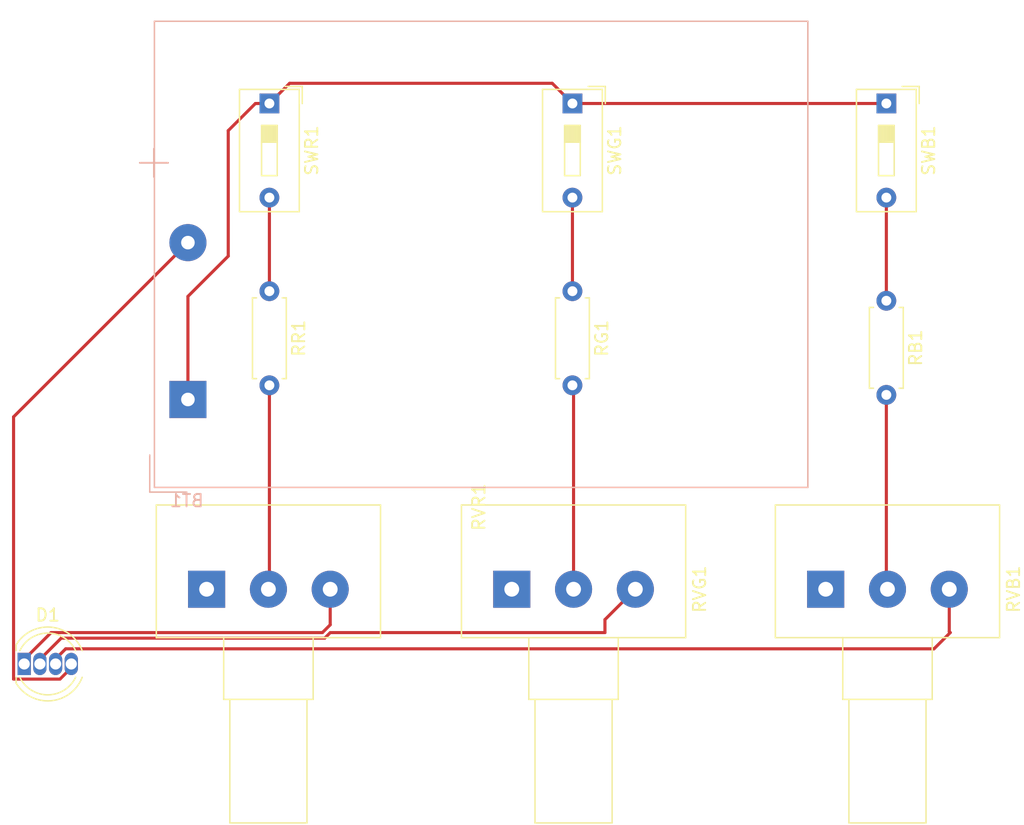
<source format=kicad_pcb>
(kicad_pcb (version 20211014) (generator pcbnew)
  (layers (0 "F.Cu" signal) (31 "B.Cu" signal) (34 "B.Paste" user) (35 "F.Paste" user) (36 "B.SilkS" user "B.Silkscreen") (37 "F.SilkS" user "F.Silkscreen") (38 "B.Mask" user) (39 "F.Mask" user) (44 "Edge.Cuts" user))
  (net 0 "")
  (net 1 "Net-(BT1-Pad1)")
  (net 2 "GND")
  (net 3 "Net-(D1-Pad1)")
  (net 4 "Net-(D1-Pad2)")
  (net 5 "Net-(D1-Pad3)")
  (net 6 "Net-(RB1-Pad1)")
  (net 7 "Net-(RB1-Pad2)")
  (net 8 "Net-(RG1-Pad1)")
  (net 9 "Net-(RG1-Pad2)")
  (net 10 "Net-(RR1-Pad1)")
  (net 11 "Net-(RR1-Pad2)")
  (footprint "Resistor_THT:R_Axial_DIN0207_L6.3mm_D2.5mm_P7.62mm_Horizontal" (layer "F.Cu") (at 104.93 71.420004 -90)
    (fp_text reference "RR1" (at 3.81 -2.37 90) (layer "F.SilkS"))
    (fp_text value "120 Ohm")
    (fp_line (start 7.08 1.37) (end 7.08 1.04) (layer "F.SilkS") (width 0.12))
    (fp_line (start 0.54 -1.04) (end 0.54 -1.37) (layer "F.SilkS") (width 0.12))
    (fp_line (start 0.54 1.04) (end 0.54 1.37) (layer "F.SilkS") (width 0.12))
    (fp_line (start 7.08 -1.37) (end 7.08 -1.04) (layer "F.SilkS") (width 0.12))
    (fp_line (start 0.54 -1.37) (end 7.08 -1.37) (layer "F.SilkS") (width 0.12))
    (fp_line (start 0.54 1.37) (end 7.08 1.37) (layer "F.SilkS") (width 0.12))
    (pad "1" thru_hole circle (at 0 0 270) (size 1.6 1.6) (drill 0.8) (layers *.Cu *.Mask) (net 10 "Net-(RR1-Pad1)"))
    (pad "2" thru_hole oval (at 7.62 0 270) (size 1.6 1.6) (drill 0.8) (layers *.Cu *.Mask) (net 11 "Net-(RR1-Pad2)"))
  )
  (footprint "Potentiometer_THT:Potentiometer_Alps_RK163_Single_Horizontal" (layer "F.Cu") (at 149.94 95.55 90)
    (fp_text reference "RVB1" (at 0 15.2 90) (layer "F.SilkS"))
    (fp_text value "10k Ohm")
    (fp_line (start -8.92 8.62) (end -8.92 1.38) (layer "F.SilkS") (width 0.12))
    (fp_line (start -3.92 8.62) (end -8.92 8.62) (layer "F.SilkS") (width 0.12))
    (fp_line (start 6.82 -4.07) (end -3.92 -4.07) (layer "F.SilkS") (width 0.12))
    (fp_line (start -8.92 8.12) (end -18.92 8.12) (layer "F.SilkS") (width 0.12))
    (fp_line (start -8.92 1.88) (end -18.92 1.88) (layer "F.SilkS") (width 0.12))
    (fp_line (start -3.92 1.38) (end -8.92 1.38) (layer "F.SilkS") (width 0.12))
    (fp_line (start -3.92 14.07) (end -3.92 -4.07) (layer "F.SilkS") (width 0.12))
    (fp_line (start 6.82 14.07) (end 6.82 -4.07) (layer "F.SilkS") (width 0.12))
    (fp_line (start 6.82 14.07) (end -3.92 14.07) (layer "F.SilkS") (width 0.12))
    (fp_line (start -18.92 8.12) (end -18.92 1.88) (layer "F.SilkS") (width 0.12))
    (pad "1" thru_hole rect (at 0 0 270) (size 3 3) (drill 1.2) (layers *.Cu *.Mask))
    (pad "2" thru_hole circle (at 0 5 270) (size 3 3) (drill 1.2) (layers *.Cu *.Mask) (net 7 "Net-(RB1-Pad2)"))
    (pad "3" thru_hole circle (at 0 10 270) (size 3 3) (drill 1.2) (layers *.Cu *.Mask) (net 5 "Net-(D1-Pad3)"))
  )
  (footprint "Potentiometer_THT:Potentiometer_Alps_RK163_Single_Horizontal" (layer "F.Cu") (at 124.54 95.55 90)
    (fp_text reference "RVG1" (at 0 15.2 90) (layer "F.SilkS"))
    (fp_text value "10k Ohm")
    (fp_line (start 6.82 14.07) (end -3.92 14.07) (layer "F.SilkS") (width 0.12))
    (fp_line (start -3.92 14.07) (end -3.92 -4.07) (layer "F.SilkS") (width 0.12))
    (fp_line (start -3.92 8.62) (end -8.92 8.62) (layer "F.SilkS") (width 0.12))
    (fp_line (start -3.92 1.38) (end -8.92 1.38) (layer "F.SilkS") (width 0.12))
    (fp_line (start -8.92 8.62) (end -8.92 1.38) (layer "F.SilkS") (width 0.12))
    (fp_line (start 6.82 -4.07) (end -3.92 -4.07) (layer "F.SilkS") (width 0.12))
    (fp_line (start -8.92 8.12) (end -18.92 8.12) (layer "F.SilkS") (width 0.12))
    (fp_line (start 6.82 14.07) (end 6.82 -4.07) (layer "F.SilkS") (width 0.12))
    (fp_line (start -8.92 1.88) (end -18.92 1.88) (layer "F.SilkS") (width 0.12))
    (fp_line (start -18.92 8.12) (end -18.92 1.88) (layer "F.SilkS") (width 0.12))
    (pad "1" thru_hole rect (at 0 0 270) (size 3 3) (drill 1.2) (layers *.Cu *.Mask))
    (pad "2" thru_hole circle (at 0 5 270) (size 3 3) (drill 1.2) (layers *.Cu *.Mask) (net 9 "Net-(RG1-Pad2)"))
    (pad "3" thru_hole circle (at 0 10 270) (size 3 3) (drill 1.2) (layers *.Cu *.Mask) (net 4 "Net-(D1-Pad2)"))
  )
  (footprint "LED_THT:LED_D5.0mm-4_RGB" (layer "F.Cu") (at 85.09 101.6)
    (fp_text reference "D1" (at 1.905 -3.96) (layer "F.SilkS"))
    (fp_text value "LED_RGBK")
    (fp_line (start -0.655 1.08) (end -0.655 1.545) (layer "F.SilkS") (width 0.12))
    (fp_line (start -0.655 -1.545) (end -0.655 -1.08) (layer "F.SilkS") (width 0.12))
    (fp_arc (start 4.692815 1.080827) (mid 2.163456 2.978808) (end -0.655 1.54483) (layer "F.SilkS") (width 0.12))
    (fp_arc (start -0.349684 -1.08) (mid 1.904762 -2.5) (end 4.159479 -1.080429) (layer "F.SilkS") (width 0.12))
    (fp_arc (start -0.655 -1.54483) (mid 2.163456 -2.978809) (end 4.692815 -1.080827) (layer "F.SilkS") (width 0.12))
    (fp_arc (start 4.159479 1.080429) (mid 1.904762 2.5) (end -0.349684 1.08) (layer "F.SilkS") (width 0.12))
    (pad "1" thru_hole rect (at 0 0) (size 1.07 1.8) (drill 0.9) (layers *.Cu *.Mask) (net 3 "Net-(D1-Pad1)"))
    (pad "2" thru_hole oval (at 1.27 0) (size 1.07 1.8) (drill 0.9) (layers *.Cu *.Mask) (net 4 "Net-(D1-Pad2)"))
    (pad "3" thru_hole oval (at 2.54 0) (size 1.07 1.8) (drill 0.9) (layers *.Cu *.Mask) (net 5 "Net-(D1-Pad3)"))
    (pad "4" thru_hole oval (at 3.81 0) (size 1.07 1.8) (drill 0.9) (layers *.Cu *.Mask) (net 2 "GND"))
  )
  (footprint "Potentiometer_THT:Potentiometer_Alps_RK163_Single_Horizontal" (layer "F.Cu") (at 99.85 95.550004 90)
    (fp_text reference "RVR1" (at 6.650004 22.03 90) (layer "F.SilkS"))
    (fp_text value "10k Ohm")
    (fp_line (start -3.92 1.38) (end -8.92 1.38) (layer "F.SilkS") (width 0.12))
    (fp_line (start -3.92 8.62) (end -8.92 8.62) (layer "F.SilkS") (width 0.12))
    (fp_line (start 6.82 -4.07) (end -3.92 -4.07) (layer "F.SilkS") (width 0.12))
    (fp_line (start -3.92 14.07) (end -3.92 -4.07) (layer "F.SilkS") (width 0.12))
    (fp_line (start -8.92 8.62) (end -8.92 1.38) (layer "F.SilkS") (width 0.12))
    (fp_line (start 6.82 14.07) (end 6.82 -4.07) (layer "F.SilkS") (width 0.12))
    (fp_line (start -18.92 8.12) (end -18.92 1.88) (layer "F.SilkS") (width 0.12))
    (fp_line (start 6.82 14.07) (end -3.92 14.07) (layer "F.SilkS") (width 0.12))
    (fp_line (start -8.92 1.88) (end -18.92 1.88) (layer "F.SilkS") (width 0.12))
    (fp_line (start -8.92 8.12) (end -18.92 8.12) (layer "F.SilkS") (width 0.12))
    (pad "1" thru_hole rect (at 0 0 270) (size 3 3) (drill 1.2) (layers *.Cu *.Mask))
    (pad "2" thru_hole circle (at 0 5 270) (size 3 3) (drill 1.2) (layers *.Cu *.Mask) (net 11 "Net-(RR1-Pad2)"))
    (pad "3" thru_hole circle (at 0 10 270) (size 3 3) (drill 1.2) (layers *.Cu *.Mask) (net 3 "Net-(D1-Pad1)"))
  )
  (footprint "Button_Switch_THT:SW_DIP_SPSTx01_Slide_9.78x4.72mm_W7.62mm_P2.54mm" (layer "F.Cu") (at 154.85 56.222504 -90)
    (fp_text reference "SWB1" (at 3.81 -3.42 90) (layer "F.SilkS"))
    (fp_text value "SW_SPST")
    (fp_line (start 1.78 -0.515) (end 3.133333 -0.515) (layer "F.SilkS") (width 0.12))
    (fp_line (start 1.78 0.325) (end 3.133333 0.325) (layer "F.SilkS") (width 0.12))
    (fp_line (start -1.38 -2.66) (end -1.38 -1.277) (layer "F.SilkS") (width 0.12))
    (fp_line (start 1.78 -0.035) (end 3.133333 -0.035) (layer "F.SilkS") (width 0.12))
    (fp_line (start 3.133333 -0.635) (end 3.133333 0.635) (layer "F.SilkS") (width 0.12))
    (fp_line (start 1.78 -0.635) (end 1.78 0.635) (layer "F.SilkS") (width 0.12))
    (fp_line (start -1.38 -2.66) (end 0.004 -2.66) (layer "F.SilkS") (width 0.12))
    (fp_line (start -1.14 -2.42) (end 8.76 -2.42) (layer "F.SilkS") (width 0.12))
    (fp_line (start -1.14 -2.42) (end -1.14 2.42) (layer "F.SilkS") (width 0.12))
    (fp_line (start 1.78 0.205) (end 3.133333 0.205) (layer "F.SilkS") (width 0.12))
    (fp_line (start 1.78 0.635) (end 5.84 0.635) (layer "F.SilkS") (width 0.12))
    (fp_line (start 5.84 0.635) (end 5.84 -0.635) (layer "F.SilkS") (width 0.12))
    (fp_line (start 1.78 -0.155) (end 3.133333 -0.155) (layer "F.SilkS") (width 0.12))
    (fp_line (start 8.76 -2.42) (end 8.76 2.42) (layer "F.SilkS") (width 0.12))
    (fp_line (start 1.78 0.565) (end 3.133333 0.565) (layer "F.SilkS") (width 0.12))
    (fp_line (start 1.78 -0.275) (end 3.133333 -0.275) (layer "F.SilkS") (width 0.12))
    (fp_line (start 1.78 -0.395) (end 3.133333 -0.395) (layer "F.SilkS") (width 0.12))
    (fp_line (start 1.78 0.445) (end 3.133333 0.445) (layer "F.SilkS") (width 0.12))
    (fp_line (start 1.78 0.085) (end 3.133333 0.085) (layer "F.SilkS") (width 0.12))
    (fp_line (start 5.84 -0.635) (end 1.78 -0.635) (layer "F.SilkS") (width 0.12))
    (fp_line (start -1.14 2.42) (end 8.76 2.42) (layer "F.SilkS") (width 0.12))
    (pad "1" thru_hole rect (at 0 0 270) (size 1.6 1.6) (drill 0.8) (layers *.Cu *.Mask) (net 1 "Net-(BT1-Pad1)"))
    (pad "2" thru_hole oval (at 7.62 0 270) (size 1.6 1.6) (drill 0.8) (layers *.Cu *.Mask) (net 6 "Net-(RB1-Pad1)"))
  )
  (footprint "Button_Switch_THT:SW_DIP_SPSTx01_Slide_9.78x4.72mm_W7.62mm_P2.54mm" (layer "F.Cu") (at 129.45 56.222504 -90)
    (fp_text reference "SWG1" (at 3.81 -3.42 90) (layer "F.SilkS"))
    (fp_text value "SW_SPST")
    (fp_line (start 1.78 0.205) (end 3.133333 0.205) (layer "F.SilkS") (width 0.12))
    (fp_line (start 1.78 0.085) (end 3.133333 0.085) (layer "F.SilkS") (width 0.12))
    (fp_line (start 1.78 0.325) (end 3.133333 0.325) (layer "F.SilkS") (width 0.12))
    (fp_line (start 5.84 0.635) (end 5.84 -0.635) (layer "F.SilkS") (width 0.12))
    (fp_line (start 1.78 -0.635) (end 1.78 0.635) (layer "F.SilkS") (width 0.12))
    (fp_line (start 8.76 -2.42) (end 8.76 2.42) (layer "F.SilkS") (width 0.12))
    (fp_line (start 1.78 0.445) (end 3.133333 0.445) (layer "F.SilkS") (width 0.12))
    (fp_line (start 3.133333 -0.635) (end 3.133333 0.635) (layer "F.SilkS") (width 0.12))
    (fp_line (start -1.14 2.42) (end 8.76 2.42) (layer "F.SilkS") (width 0.12))
    (fp_line (start -1.38 -2.66) (end -1.38 -1.277) (layer "F.SilkS") (width 0.12))
    (fp_line (start -1.14 -2.42) (end 8.76 -2.42) (layer "F.SilkS") (width 0.12))
    (fp_line (start 1.78 -0.275) (end 3.133333 -0.275) (layer "F.SilkS") (width 0.12))
    (fp_line (start 1.78 -0.155) (end 3.133333 -0.155) (layer "F.SilkS") (width 0.12))
    (fp_line (start 1.78 -0.035) (end 3.133333 -0.035) (layer "F.SilkS") (width 0.12))
    (fp_line (start 1.78 0.635) (end 5.84 0.635) (layer "F.SilkS") (width 0.12))
    (fp_line (start -1.38 -2.66) (end 0.004 -2.66) (layer "F.SilkS") (width 0.12))
    (fp_line (start 5.84 -0.635) (end 1.78 -0.635) (layer "F.SilkS") (width 0.12))
    (fp_line (start -1.14 -2.42) (end -1.14 2.42) (layer "F.SilkS") (width 0.12))
    (fp_line (start 1.78 -0.395) (end 3.133333 -0.395) (layer "F.SilkS") (width 0.12))
    (fp_line (start 1.78 -0.515) (end 3.133333 -0.515) (layer "F.SilkS") (width 0.12))
    (fp_line (start 1.78 0.565) (end 3.133333 0.565) (layer "F.SilkS") (width 0.12))
    (pad "1" thru_hole rect (at 0 0 270) (size 1.6 1.6) (drill 0.8) (layers *.Cu *.Mask) (net 1 "Net-(BT1-Pad1)"))
    (pad "2" thru_hole oval (at 7.62 0 270) (size 1.6 1.6) (drill 0.8) (layers *.Cu *.Mask) (net 8 "Net-(RG1-Pad1)"))
  )
  (footprint "Button_Switch_THT:SW_DIP_SPSTx01_Slide_9.78x4.72mm_W7.62mm_P2.54mm" (layer "F.Cu") (at 104.93 56.222504 -90)
    (fp_text reference "SWR1" (at 3.81 -3.42 90) (layer "F.SilkS"))
    (fp_text value "SW_SPST")
    (fp_line (start 1.78 -0.515) (end 3.133333 -0.515) (layer "F.SilkS") (width 0.12))
    (fp_line (start 1.78 -0.155) (end 3.133333 -0.155) (layer "F.SilkS") (width 0.12))
    (fp_line (start 1.78 -0.635) (end 1.78 0.635) (layer "F.SilkS") (width 0.12))
    (fp_line (start 1.78 0.635) (end 5.84 0.635) (layer "F.SilkS") (width 0.12))
    (fp_line (start -1.14 2.42) (end 8.76 2.42) (layer "F.SilkS") (width 0.12))
    (fp_line (start -1.38 -2.66) (end 0.004 -2.66) (layer "F.SilkS") (width 0.12))
    (fp_line (start -1.38 -2.66) (end -1.38 -1.277) (layer "F.SilkS") (width 0.12))
    (fp_line (start 1.78 0.085) (end 3.133333 0.085) (layer "F.SilkS") (width 0.12))
    (fp_line (start 1.78 -0.395) (end 3.133333 -0.395) (layer "F.SilkS") (width 0.12))
    (fp_line (start -1.14 -2.42) (end -1.14 2.42) (layer "F.SilkS") (width 0.12))
    (fp_line (start 8.76 -2.42) (end 8.76 2.42) (layer "F.SilkS") (width 0.12))
    (fp_line (start 1.78 0.445) (end 3.133333 0.445) (layer "F.SilkS") (width 0.12))
    (fp_line (start 5.84 0.635) (end 5.84 -0.635) (layer "F.SilkS") (width 0.12))
    (fp_line (start -1.14 -2.42) (end 8.76 -2.42) (layer "F.SilkS") (width 0.12))
    (fp_line (start 3.133333 -0.635) (end 3.133333 0.635) (layer "F.SilkS") (width 0.12))
    (fp_line (start 1.78 -0.275) (end 3.133333 -0.275) (layer "F.SilkS") (width 0.12))
    (fp_line (start 1.78 -0.035) (end 3.133333 -0.035) (layer "F.SilkS") (width 0.12))
    (fp_line (start 1.78 0.205) (end 3.133333 0.205) (layer "F.SilkS") (width 0.12))
    (fp_line (start 1.78 0.325) (end 3.133333 0.325) (layer "F.SilkS") (width 0.12))
    (fp_line (start 1.78 0.565) (end 3.133333 0.565) (layer "F.SilkS") (width 0.12))
    (fp_line (start 5.84 -0.635) (end 1.78 -0.635) (layer "F.SilkS") (width 0.12))
    (pad "1" thru_hole rect (at 0 0 270) (size 1.6 1.6) (drill 0.8) (layers *.Cu *.Mask) (net 1 "Net-(BT1-Pad1)"))
    (pad "2" thru_hole oval (at 7.62 0 270) (size 1.6 1.6) (drill 0.8) (layers *.Cu *.Mask) (net 10 "Net-(RR1-Pad1)"))
  )
  (footprint "Resistor_THT:R_Axial_DIN0207_L6.3mm_D2.5mm_P7.62mm_Horizontal" (layer "F.Cu") (at 154.85 72.19417 -90)
    (fp_text reference "RB1" (at 3.81 -2.37 90) (layer "F.SilkS"))
    (fp_text value "68 Ohm")
    (fp_line (start 7.08 1.37) (end 7.08 1.04) (layer "F.SilkS") (width 0.12))
    (fp_line (start 0.54 1.37) (end 7.08 1.37) (layer "F.SilkS") (width 0.12))
    (fp_line (start 0.54 1.04) (end 0.54 1.37) (layer "F.SilkS") (width 0.12))
    (fp_line (start 7.08 -1.37) (end 7.08 -1.04) (layer "F.SilkS") (width 0.12))
    (fp_line (start 0.54 -1.04) (end 0.54 -1.37) (layer "F.SilkS") (width 0.12))
    (fp_line (start 0.54 -1.37) (end 7.08 -1.37) (layer "F.SilkS") (width 0.12))
    (pad "1" thru_hole circle (at 0 0 270) (size 1.6 1.6) (drill 0.8) (layers *.Cu *.Mask) (net 6 "Net-(RB1-Pad1)"))
    (pad "2" thru_hole oval (at 7.62 0 270) (size 1.6 1.6) (drill 0.8) (layers *.Cu *.Mask) (net 7 "Net-(RB1-Pad2)"))
  )
  (footprint "Resistor_THT:R_Axial_DIN0207_L6.3mm_D2.5mm_P7.62mm_Horizontal" (layer "F.Cu") (at 129.45 71.420004 -90)
    (fp_text reference "RG1" (at 3.81 -2.37 90) (layer "F.SilkS"))
    (fp_text value "100 Ohm")
    (fp_line (start 7.08 -1.37) (end 7.08 -1.04) (layer "F.SilkS") (width 0.12))
    (fp_line (start 7.08 1.37) (end 7.08 1.04) (layer "F.SilkS") (width 0.12))
    (fp_line (start 0.54 -1.04) (end 0.54 -1.37) (layer "F.SilkS") (width 0.12))
    (fp_line (start 0.54 1.37) (end 7.08 1.37) (layer "F.SilkS") (width 0.12))
    (fp_line (start 0.54 -1.37) (end 7.08 -1.37) (layer "F.SilkS") (width 0.12))
    (fp_line (start 0.54 1.04) (end 0.54 1.37) (layer "F.SilkS") (width 0.12))
    (pad "1" thru_hole circle (at 0 0 270) (size 1.6 1.6) (drill 0.8) (layers *.Cu *.Mask) (net 8 "Net-(RG1-Pad1)"))
    (pad "2" thru_hole oval (at 7.62 0 270) (size 1.6 1.6) (drill 0.8) (layers *.Cu *.Mask) (net 9 "Net-(RG1-Pad2)"))
  )
  (footprint "Battery:BatteryHolder_Keystone_2479_3xAAA" (layer "B.Cu") (at 98.3375 80.1875)
    (fp_text reference "BT1" (at -0.09 8.195) (layer "B.SilkS") (effects (justify mirror)))
    (fp_text value "4.5V")
    (fp_text user "+" (at -2.75 -19.400004) (layer "B.SilkS") (effects (font (size 3 3)) (justify mirror)))
    (fp_line (start -3.09 4.5) (end -3.09 7.5) (layer "B.SilkS") (width 0.12))
    (fp_line (start -2.71 -30.62) (end 50.16 -30.62) (layer "B.SilkS") (width 0.12))
    (fp_line (start -3.09 7.5) (end -0.09 7.5) (layer "B.SilkS") (width 0.12))
    (fp_line (start 50.16 7.12) (end 50.16 -30.62) (layer "B.SilkS") (width 0.12))
    (fp_line (start -2.71 7.12) (end 50.16 7.12) (layer "B.SilkS") (width 0.12))
    (fp_line (start -2.71 7.12) (end -2.71 -30.62) (layer "B.SilkS") (width 0.12))
    (pad "" np_thru_hole circle (at 23.72 -23.5) (size 3.45 3.45) (drill 3.45) (layers *.Cu *.Mask))
    (pad "" np_thru_hole circle (at 23.72 0) (size 3.45 3.45) (drill 3.45) (layers *.Cu *.Mask))
    (pad "1" thru_hole rect (at 0 0) (size 3 3) (drill 1.1) (layers *.Cu *.Mask) (net 1 "Net-(BT1-Pad1)"))
    (pad "2" thru_hole circle (at 0 -12.7) (size 3 3) (drill 1.1) (layers *.Cu *.Mask) (net 2 "GND"))
  )
  (segment (start 127.814995 54.587499) (end 129.45 56.222504) (width 0.25) (layer "F.Cu") (net 1))
  (segment (start 104.93 56.222504) (end 103.797496 56.222504) (width 0.25) (layer "F.Cu") (net 1))
  (segment (start 103.797496 56.222504) (end 101.6 58.42) (width 0.25) (layer "F.Cu") (net 1))
  (segment (start 101.6 58.42) (end 101.6 68.58) (width 0.25) (layer "F.Cu") (net 1))
  (segment (start 98.3375 71.8425) (end 98.3375 80.1875) (width 0.25) (layer "F.Cu") (net 1))
  (segment (start 106.565005 54.587499) (end 127.814995 54.587499) (width 0.25) (layer "F.Cu") (net 1))
  (segment (start 101.6 68.58) (end 98.3375 71.8425) (width 0.25) (layer "F.Cu") (net 1))
  (segment (start 104.93 56.222504) (end 106.565005 54.587499) (width 0.25) (layer "F.Cu") (net 1))
  (segment (start 129.45 56.222504) (end 154.85 56.222504) (width 0.25) (layer "F.Cu") (net 1))
  (segment (start 88.9 101.911224) (end 87.986224 102.825) (width 0.25) (layer "F.Cu") (net 2))
  (segment (start 88.9 101.6) (end 88.9 101.911224) (width 0.25) (layer "F.Cu") (net 2))
  (segment (start 84.23 102.825) (end 84.23 81.595) (width 0.25) (layer "F.Cu") (net 2))
  (segment (start 84.23 81.595) (end 98.3375 67.4875) (width 0.25) (layer "F.Cu") (net 2))
  (segment (start 87.986224 102.825) (end 84.23 102.825) (width 0.25) (layer "F.Cu") (net 2))
  (segment (start 109.85 98.43) (end 109.22 99.06) (width 0.25) (layer "F.Cu") (net 3))
  (segment (start 109.22 99.06) (end 87.265 99.06) (width 0.25) (layer "F.Cu") (net 3))
  (segment (start 109.85 95.550004) (end 109.85 98.43) (width 0.25) (layer "F.Cu") (net 3))
  (segment (start 87.265 99.06) (end 85.09 101.235) (width 0.25) (layer "F.Cu") (net 3))
  (segment (start 85.09 101.235) (end 85.09 101.6) (width 0.25) (layer "F.Cu") (net 3))
  (segment (start 109.406396 99.51) (end 88.085 99.51) (width 0.25) (layer "F.Cu") (net 4))
  (segment (start 132.08 99.06) (end 109.856396 99.06) (width 0.25) (layer "F.Cu") (net 4))
  (segment (start 86.36 101.235) (end 86.36 101.6) (width 0.25) (layer "F.Cu") (net 4))
  (segment (start 132.08 98.01) (end 132.08 99.06) (width 0.25) (layer "F.Cu") (net 4))
  (segment (start 88.085 99.51) (end 86.36 101.235) (width 0.25) (layer "F.Cu") (net 4))
  (segment (start 134.54 95.55) (end 132.08 98.01) (width 0.25) (layer "F.Cu") (net 4))
  (segment (start 109.856396 99.06) (end 109.406396 99.51) (width 0.25) (layer "F.Cu") (net 4))
  (segment (start 87.63 101.19) (end 87.63 101.6) (width 0.25) (layer "F.Cu") (net 5))
  (segment (start 159.94 98.98) (end 160.02 99.06) (width 0.25) (layer "F.Cu") (net 5))
  (segment (start 160.02 99.06) (end 158.705 100.375) (width 0.25) (layer "F.Cu") (net 5))
  (segment (start 88.445 100.375) (end 87.63 101.19) (width 0.25) (layer "F.Cu") (net 5))
  (segment (start 159.94 95.55) (end 159.94 98.98) (width 0.25) (layer "F.Cu") (net 5))
  (segment (start 158.705 100.375) (end 88.445 100.375) (width 0.25) (layer "F.Cu") (net 5))
  (segment (start 154.85 72.19417) (end 154.85 63.842504) (width 0.25) (layer "F.Cu") (net 6))
  (segment (start 154.85 95.46) (end 154.94 95.55) (width 0.25) (layer "F.Cu") (net 7))
  (segment (start 154.85 79.81417) (end 154.85 95.46) (width 0.25) (layer "F.Cu") (net 7))
  (segment (start 129.45 71.420004) (end 129.45 63.842504) (width 0.25) (layer "F.Cu") (net 8))
  (segment (start 129.54 79.130004) (end 129.45 79.040004) (width 0.25) (layer "F.Cu") (net 9))
  (segment (start 129.54 95.55) (end 129.54 79.130004) (width 0.25) (layer "F.Cu") (net 9))
  (segment (start 104.93 63.842504) (end 104.93 71.420004) (width 0.25) (layer "F.Cu") (net 10))
  (segment (start 104.93 79.040004) (end 104.93 95.470004) (width 0.25) (layer "F.Cu") (net 11))
  (segment (start 104.93 95.470004) (end 104.85 95.550004) (width 0.25) (layer "F.Cu") (net 11))
)
</source>
